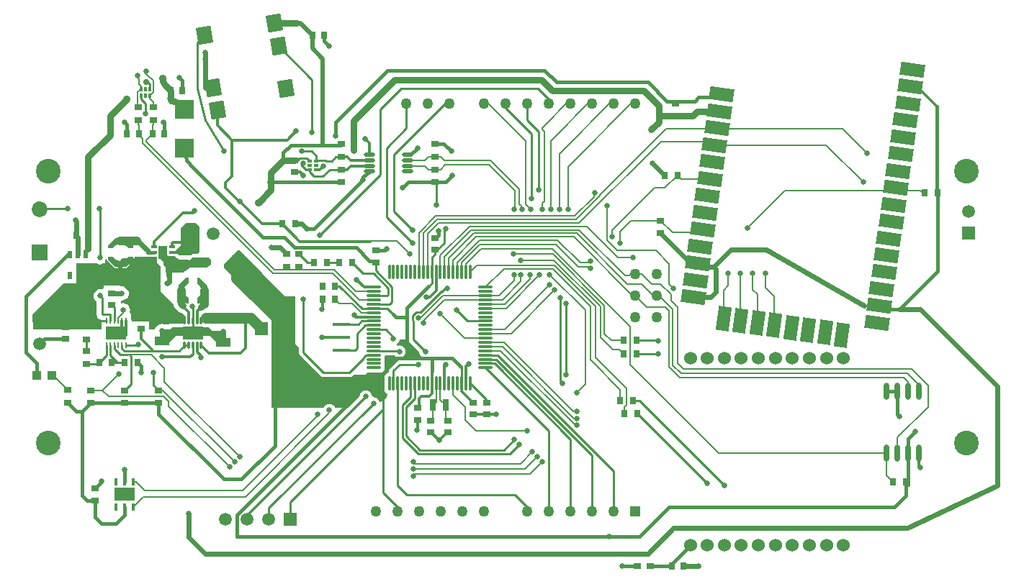
<source format=gtl>
%FSLAX44Y44*%
%MOMM*%
G71*
G01*
G75*
G04 Layer_Physical_Order=1*
G04 Layer_Color=255*
%ADD10C,0.7620*%
G04:AMPARAMS|DCode=11|XSize=2mm|YSize=1.75mm|CornerRadius=0mm|HoleSize=0mm|Usage=FLASHONLY|Rotation=279.640|XOffset=0mm|YOffset=0mm|HoleType=Round|Shape=Rectangle|*
%AMROTATEDRECTD11*
4,1,4,-1.0301,0.8394,0.6952,1.1324,1.0301,-0.8394,-0.6952,-1.1324,-1.0301,0.8394,0.0*
%
%ADD11ROTATEDRECTD11*%

%ADD12R,2.3000X2.3000*%
%ADD13R,0.8000X0.9000*%
%ADD14O,1.7500X0.3000*%
%ADD15R,0.7000X0.9000*%
%ADD16R,0.9000X0.7000*%
%ADD17R,0.9000X0.8000*%
%ADD18R,0.4900X0.3000*%
%ADD19R,0.5200X0.3000*%
%ADD20R,1.7000X1.1000*%
%ADD21C,0.4000*%
%ADD22R,1.0000X1.0000*%
%ADD23R,0.7000X1.4000*%
%ADD24R,0.5500X0.9500*%
%ADD25O,0.2800X0.8500*%
%ADD26R,2.4000X1.6500*%
%ADD27R,0.7000X0.3000*%
%ADD28R,1.0000X1.6000*%
%ADD29R,0.4500X0.8500*%
%ADD30R,2.4000X1.5000*%
%ADD31R,0.8500X0.7000*%
%ADD32O,0.7000X2.0000*%
%ADD33O,1.3500X0.4500*%
%ADD34R,2.0000X0.4000*%
G04:AMPARAMS|DCode=35|XSize=1.524mm|YSize=2.8448mm|CornerRadius=0mm|HoleSize=0mm|Usage=FLASHONLY|Rotation=82.000|XOffset=0mm|YOffset=0mm|HoleType=Round|Shape=Rectangle|*
%AMROTATEDRECTD35*
4,1,4,1.3025,-0.9525,-1.5146,-0.5566,-1.3025,0.9525,1.5146,0.5566,1.3025,-0.9525,0.0*
%
%ADD35ROTATEDRECTD35*%

G04:AMPARAMS|DCode=36|XSize=1.524mm|YSize=2.8448mm|CornerRadius=0mm|HoleSize=0mm|Usage=FLASHONLY|Rotation=352.000|XOffset=0mm|YOffset=0mm|HoleType=Round|Shape=Rectangle|*
%AMROTATEDRECTD36*
4,1,4,-0.9525,-1.3025,-0.5566,1.5146,0.9525,1.3025,0.5566,-1.5146,-0.9525,-1.3025,0.0*
%
%ADD36ROTATEDRECTD36*%

%ADD37O,0.3000X1.7500*%
%ADD38R,0.2500X0.7000*%
%ADD39R,2.3800X1.6500*%
%ADD40R,0.3000X0.4900*%
%ADD41R,0.3000X0.5200*%
%ADD42C,0.1905*%
%ADD43C,0.4064*%
%ADD44C,0.5080*%
%ADD45C,0.2540*%
%ADD46C,0.3048*%
%ADD47C,0.2032*%
%ADD48C,0.6096*%
%ADD49C,1.0160*%
%ADD50C,0.3556*%
%ADD51C,1.2700*%
%ADD52R,0.7000X0.2800*%
%ADD53R,1.5000X1.5000*%
%ADD54C,1.5000*%
%ADD55C,1.8500*%
%ADD56R,1.8500X1.8500*%
%ADD57R,1.5000X1.5000*%
%ADD58C,1.2700*%
%ADD59R,1.2700X1.2700*%
%ADD60C,1.5240*%
%ADD61C,2.9000*%
%ADD62C,0.6350*%
%ADD63C,0.9000*%
%ADD64C,0.7000*%
%ADD65C,0.5000*%
G36*
X-352997Y13369D02*
Y13370D01*
X-352996Y13372D01*
X-352997Y13369D01*
D02*
G37*
G36*
X-374997Y10915D02*
X-374996Y10912D01*
Y10912D01*
X-374998Y10915D01*
X-374998Y10915D01*
X-374999Y10915D01*
X-374997Y10915D01*
D02*
G37*
G36*
Y34575D02*
X-374996Y34572D01*
X-374996D01*
X-375000Y34576D01*
X-374997Y34575D01*
D02*
G37*
G36*
X-378200Y34576D02*
X-378200Y34576D01*
X-374996Y34572D01*
D01*
X-374999Y28236D01*
X-374996Y28232D01*
Y28232D01*
X-374997Y28229D01*
X-374999Y28229D01*
Y28229D01*
X-374998Y28229D01*
X-374999Y28229D01*
Y28236D01*
X-375036Y28296D01*
X-375037Y28295D01*
X-374999Y28229D01*
D01*
X-375042Y28303D01*
X-377129Y26701D01*
X-378732Y24613D01*
X-379739Y22181D01*
X-380083Y19572D01*
X-379739Y16962D01*
X-378732Y14531D01*
X-377129Y12443D01*
X-375042Y10841D01*
X-375021Y10873D01*
X-375021Y10873D01*
X-374998Y10915D01*
X-374996Y10912D01*
X-375000Y4568D01*
D01*
X-378202Y4569D01*
X-378203Y4569D01*
X-387004Y13372D01*
X-387003Y13369D01*
X-387005Y13372D01*
X-387005Y13372D01*
X-387004Y13372D01*
X-387003Y25774D01*
X-387004Y25772D01*
X-387003Y25775D01*
Y25774D01*
X-387003Y25775D01*
X-378200Y34576D01*
X-378203Y34575D01*
X-378200Y34576D01*
X-378200Y34576D01*
D02*
G37*
G36*
X-361800Y4568D02*
X-361800Y4568D01*
X-361797Y4569D01*
X-361800Y4568D01*
D02*
G37*
G36*
X-115769Y-40181D02*
X-114590Y-41946D01*
X-103762Y-52773D01*
X-103573Y-54214D01*
X-102843Y-55975D01*
X-101683Y-57487D01*
X-100171Y-58647D01*
X-99542Y-58908D01*
X-99471Y-59252D01*
X-99987Y-59924D01*
X-101385Y-61080D01*
X-102758Y-60511D01*
X-104648Y-60263D01*
X-106538Y-60511D01*
X-108299Y-61241D01*
X-109452Y-62126D01*
X-126572D01*
X-126738Y-59591D01*
X-125110Y-59377D01*
X-123349Y-58647D01*
X-121837Y-57487D01*
X-120677Y-55975D01*
X-119947Y-54214D01*
X-119699Y-52324D01*
X-119947Y-50434D01*
X-120677Y-48673D01*
X-121837Y-47161D01*
X-123349Y-46001D01*
X-125110Y-45271D01*
X-127000Y-45023D01*
X-128854Y-45267D01*
X-129826Y-42920D01*
X-128949Y-42247D01*
X-127789Y-40735D01*
X-127059Y-38974D01*
X-126987Y-38426D01*
X-116118D01*
X-115769Y-40181D01*
D02*
G37*
G36*
X-261824Y12373D02*
X-249588D01*
Y-42552D01*
X-249089Y-43068D01*
X-245215Y-47068D01*
Y-53340D01*
X-244801Y-55421D01*
X-243622Y-57186D01*
X-220254Y-80554D01*
X-218489Y-81733D01*
X-216408Y-82147D01*
X-185928D01*
X-183847Y-81733D01*
X-182083Y-80554D01*
X-180697Y-79169D01*
X-167431D01*
X-165227Y-76892D01*
X-164440Y-77049D01*
X-149940D01*
X-147769Y-76617D01*
X-145929Y-75388D01*
X-144699Y-73547D01*
X-144267Y-71376D01*
X-144699Y-69205D01*
X-144919Y-68876D01*
X-144699Y-68547D01*
X-144267Y-66376D01*
X-144699Y-64205D01*
X-144919Y-63876D01*
X-144699Y-63547D01*
X-144267Y-61376D01*
X-144699Y-59205D01*
X-144799Y-59055D01*
X-143602Y-56814D01*
X-132679D01*
X-132163Y-57487D01*
X-130651Y-58647D01*
X-128890Y-59377D01*
X-127167Y-59604D01*
X-127084Y-62142D01*
X-129081Y-62540D01*
X-130846Y-63719D01*
X-137786Y-70658D01*
X-138965Y-72423D01*
X-139379Y-74504D01*
Y-76790D01*
X-141111Y-77135D01*
X-142951Y-78365D01*
X-144181Y-80205D01*
X-144613Y-82376D01*
Y-96876D01*
X-144181Y-99047D01*
X-142951Y-100887D01*
X-141152Y-102090D01*
X-141136Y-102241D01*
X-141796Y-105559D01*
X-147011Y-110944D01*
X-150427Y-111394D01*
X-151157Y-109633D01*
X-152317Y-108121D01*
X-153829Y-106961D01*
X-155590Y-106231D01*
X-157480Y-105983D01*
X-159323Y-105156D01*
X-159323Y-105156D01*
Y-105156D01*
X-159323D01*
D01*
X-159571Y-103266D01*
X-160301Y-101505D01*
X-161461Y-99993D01*
X-162973Y-98833D01*
X-164734Y-98103D01*
X-166624Y-97855D01*
X-168514Y-98103D01*
X-170275Y-98833D01*
X-171787Y-99993D01*
X-172947Y-101505D01*
X-173677Y-103266D01*
X-173866Y-104707D01*
X-187523Y-118364D01*
X-202723D01*
X-202973Y-117761D01*
X-204133Y-116249D01*
X-205645Y-115089D01*
X-207406Y-114359D01*
X-209296Y-114111D01*
X-211186Y-114359D01*
X-212947Y-115089D01*
X-214459Y-116249D01*
X-215619Y-117761D01*
X-215869Y-118364D01*
X-277307D01*
Y-9545D01*
X-301779Y15726D01*
X-332994Y45638D01*
Y50279D01*
X-317034Y66761D01*
X-314494D01*
X-261824Y12373D01*
D02*
G37*
G36*
X-374997Y4569D02*
X-375000Y4568D01*
Y4568D01*
X-374996Y4572D01*
X-374997Y4569D01*
D02*
G37*
G36*
X-378202D02*
X-378200Y4568D01*
X-378203Y4569D01*
X-378202D01*
D02*
G37*
G36*
X-365000Y34576D02*
D01*
X-361798Y34575D01*
X-361800Y34576D01*
X-361797Y34575D01*
X-361798D01*
X-361797Y34575D01*
X-352996Y25772D01*
X-352997Y25775D01*
X-352996Y25772D01*
X-352996D01*
X-352996Y25772D01*
Y25772D01*
X-352996Y25772D01*
X-352997Y13370D01*
X-352997Y13369D01*
X-361800Y4568D01*
X-361800Y4568D01*
X-365004Y4572D01*
X-365000Y4568D01*
X-365000D01*
X-365003Y4569D01*
X-365004Y4572D01*
X-365004D01*
D01*
X-365002Y10907D01*
X-365004Y10912D01*
X-365003Y10915D01*
X-365002Y10915D01*
Y10914D01*
X-365002Y10915D01*
X-365002Y10914D01*
Y10907D01*
X-364980Y10873D01*
X-364979Y10873D01*
X-365002Y10914D01*
Y10914D01*
X-364958Y10841D01*
X-362871Y12443D01*
X-361268Y14531D01*
X-360261Y16962D01*
X-359918Y19572D01*
X-360261Y22181D01*
X-361268Y24613D01*
X-362871Y26701D01*
X-364958Y28303D01*
X-364990Y28253D01*
X-364990Y28253D01*
X-365002Y28229D01*
X-365002Y28229D01*
X-365003Y28229D01*
X-365004Y28232D01*
X-365002Y28229D01*
X-365002Y28229D01*
X-365004Y28232D01*
X-365000Y34576D01*
X-365004Y34572D01*
X-365003Y34575D01*
X-365000Y34576D01*
Y34576D01*
D02*
G37*
G36*
X-461200Y81576D02*
X-461200D01*
Y81576D01*
X-461200Y81576D01*
D02*
G37*
G36*
X-362204Y94488D02*
Y65278D01*
X-364490Y62992D01*
X-370078D01*
X-372364Y60706D01*
X-385826D01*
X-388112Y62992D01*
X-397256D01*
X-397438Y65362D01*
X-396576Y66294D01*
X-391160D01*
X-384302Y73152D01*
Y73914D01*
Y93218D01*
X-384048Y93472D01*
X-378206Y99314D01*
X-367030D01*
X-362204Y94488D01*
D02*
G37*
G36*
X-461200Y81576D02*
X-448798Y81575D01*
X-448800Y81576D01*
X-448797Y81575D01*
X-448798D01*
X-448797Y81575D01*
X-439996Y72772D01*
X-439997Y72775D01*
X-439996Y72772D01*
X-439996Y72772D01*
X-439996Y72772D01*
X-440000Y69568D01*
X-439996Y69572D01*
Y69572D01*
X-439997Y69569D01*
X-440000Y69568D01*
Y69568D01*
D01*
X-446336Y69570D01*
X-446340Y69568D01*
X-446343Y69569D01*
X-446343Y69570D01*
X-446342D01*
X-446269Y69614D01*
X-447871Y71701D01*
X-449959Y73304D01*
X-452391Y74311D01*
X-455000Y74654D01*
X-457610Y74311D01*
X-460041Y73304D01*
X-462129Y71701D01*
X-463731Y69614D01*
X-463681Y69582D01*
X-463681Y69582D01*
X-463657Y69570D01*
X-463657Y69570D01*
X-463657Y69569D01*
X-463660Y69568D01*
X-463657Y69570D01*
X-463657Y69570D01*
X-463660Y69568D01*
X-470004Y69572D01*
X-470000Y69568D01*
X-470003Y69569D01*
X-470004Y69572D01*
X-470004D01*
D01*
X-470003Y72774D01*
X-470004Y72772D01*
X-470003Y72775D01*
Y72774D01*
X-470003Y72775D01*
X-461200Y81576D01*
X-461203Y81575D01*
X-461200Y81576D01*
X-461200Y81576D01*
D02*
G37*
G36*
X-446343Y59574D02*
X-446343Y59574D01*
X-446340Y59576D01*
X-439996Y59572D01*
D01*
X-439997Y56370D01*
X-439996Y56372D01*
X-439997Y56369D01*
Y56370D01*
X-439997Y56369D01*
X-448800Y47568D01*
X-448797Y47569D01*
X-448800Y47568D01*
X-448800Y47568D01*
X-448800Y47568D01*
X-461202Y47569D01*
X-461200Y47568D01*
X-461203Y47569D01*
X-461202D01*
X-461203Y47569D01*
X-470004Y56371D01*
X-470003Y56369D01*
X-470004Y56372D01*
X-470004Y56371D01*
X-470004Y56372D01*
X-470000Y59576D01*
X-470004Y59572D01*
X-470003Y59575D01*
X-470000Y59576D01*
Y59576D01*
D01*
X-463664Y59573D01*
X-463660Y59576D01*
X-463660D01*
X-463657Y59575D01*
X-463657Y59573D01*
X-463658D01*
X-463731Y59530D01*
X-462129Y57443D01*
X-460041Y55840D01*
X-457610Y54833D01*
X-455000Y54489D01*
X-452391Y54833D01*
X-449959Y55840D01*
X-447871Y57443D01*
X-446269Y59530D01*
X-446301Y59551D01*
X-446301Y59551D01*
X-446343Y59574D01*
X-446343Y59573D01*
X-446343Y59575D01*
X-446340Y59576D01*
X-446340D01*
X-446343Y59574D01*
D02*
G37*
G36*
X-398526Y60233D02*
X-391414D01*
X-386080Y55936D01*
X-374650D01*
X-374142Y55527D01*
X-370840Y58187D01*
X-351028D01*
X-350012Y57369D01*
X-348234Y55936D01*
Y50412D01*
X-353314Y46320D01*
X-373888D01*
X-376428Y44274D01*
X-381254Y40386D01*
X-402082D01*
Y47547D01*
X-404622Y49593D01*
Y50821D01*
Y53686D01*
X-409168Y57347D01*
Y58618D01*
X-408940Y58801D01*
X-405892D01*
X-401320Y62484D01*
X-398526Y60233D01*
D02*
G37*
G36*
X-412242Y52578D02*
X-408178Y48514D01*
Y44196D01*
Y29192D01*
X-408376Y27686D01*
X-408178Y26180D01*
Y18288D01*
X-392717Y2827D01*
X-392631Y2173D01*
X-391735Y11D01*
X-390311Y-1847D01*
X-387594Y-4563D01*
X-385737Y-5987D01*
X-383636Y-6858D01*
X-382778D01*
X-378714Y-10922D01*
X-381000Y-13208D01*
Y-19812D01*
X-396494D01*
X-397097Y-19209D01*
X-397613Y-19422D01*
X-398882Y-20396D01*
X-403042D01*
X-404245Y-19898D01*
X-406400Y-19614D01*
X-408555Y-19898D01*
X-410563Y-20729D01*
X-412288Y-22053D01*
X-413611Y-23777D01*
X-414443Y-25785D01*
X-414526Y-26416D01*
X-421204D01*
Y-17708D01*
X-421640Y-17272D01*
Y-16700D01*
X-440364D01*
Y-16700D01*
X-441817D01*
X-442089Y-16428D01*
X-442316Y-14704D01*
X-442420Y-14453D01*
Y-7848D01*
X-442677D01*
X-444088Y-5736D01*
X-444077Y-5711D01*
X-443794Y-3556D01*
X-444077Y-1401D01*
X-444909Y607D01*
X-446232Y2332D01*
X-447957Y3655D01*
X-449965Y4487D01*
X-452120Y4770D01*
X-453510Y4587D01*
X-453977Y4996D01*
Y7536D01*
X-453510Y7946D01*
X-453390Y7930D01*
X-451235Y8213D01*
X-449227Y9045D01*
X-447503Y10368D01*
X-446179Y12093D01*
X-445348Y14101D01*
X-445064Y16256D01*
X-445348Y18411D01*
X-446179Y20419D01*
X-447503Y22143D01*
X-449227Y23467D01*
X-451235Y24299D01*
X-453390Y24582D01*
X-453752Y24534D01*
X-455420Y24754D01*
Y25652D01*
X-474580D01*
Y22947D01*
X-476490Y21273D01*
X-478536Y21542D01*
X-480691Y21258D01*
X-482699Y20427D01*
X-484424Y19103D01*
X-485747Y17379D01*
X-486579Y15371D01*
X-486862Y13216D01*
X-486579Y11061D01*
X-485747Y9053D01*
X-484424Y7329D01*
X-483224Y6408D01*
Y-8678D01*
X-482732Y-11156D01*
X-481328Y-13256D01*
X-479228Y-14660D01*
X-476980Y-15107D01*
Y-17098D01*
X-476980D01*
Y-26416D01*
X-557276D01*
X-558546Y-8890D01*
X-521914Y27742D01*
X-506670D01*
Y47402D01*
X-506730D01*
Y51308D01*
X-483086D01*
X-481453Y50631D01*
X-479298Y50348D01*
X-477143Y50631D01*
X-475510Y51308D01*
X-472948D01*
Y56179D01*
X-471892Y56884D01*
X-471653Y56785D01*
X-471653Y56374D01*
X-471653Y56373D01*
X-471654Y56372D01*
X-471561Y56147D01*
X-471586Y55907D01*
X-471586Y55906D01*
X-471580Y55898D01*
X-471581Y55889D01*
X-471580Y55886D01*
X-471531Y55826D01*
X-471531Y55748D01*
X-471530Y55745D01*
X-471297Y55509D01*
X-471172Y55207D01*
X-471171Y55207D01*
X-471171Y55205D01*
X-471170Y55205D01*
X-462370Y46403D01*
X-462369Y46403D01*
X-462135Y46306D01*
X-461975Y46111D01*
X-461974Y46111D01*
X-461973Y46111D01*
X-461973Y46110D01*
X-461970Y46109D01*
X-461887Y46101D01*
X-461827Y46042D01*
X-461824Y46041D01*
X-461500Y46042D01*
X-461203Y45919D01*
X-461203D01*
X-448802Y45919D01*
X-448800Y45918D01*
X-448766Y45932D01*
X-448731Y45919D01*
X-448466Y46042D01*
X-448176Y46041D01*
X-448173Y46042D01*
X-448119Y46096D01*
X-448042Y46102D01*
X-448039Y46104D01*
X-447872Y46302D01*
X-447634Y46401D01*
Y46401D01*
D01*
X-447634Y46401D01*
D01*
D01*
X-447633Y46402D01*
Y46402D01*
X-438831Y55202D01*
X-438831Y55203D01*
X-438734Y55437D01*
X-438540Y55598D01*
X-438539Y55598D01*
X-438539Y55599D01*
X-438539Y55599D01*
X-438537Y55602D01*
X-438530Y55685D01*
X-438470Y55745D01*
X-438469Y55748D01*
X-438470Y56072D01*
X-438348Y56369D01*
Y56369D01*
X-438347Y59436D01*
X-412242D01*
Y52578D01*
D02*
G37*
G36*
X-439997Y59575D02*
X-439996Y59572D01*
X-439996D01*
X-440000Y59576D01*
X-439997Y59575D01*
D02*
G37*
%LPC*%
G36*
X-463657Y59574D02*
X-463658Y59573D01*
X-463664D01*
X-463724Y59536D01*
X-463723Y59535D01*
X-463658Y59573D01*
D01*
X-463657Y59574D01*
D02*
G37*
G36*
X-446301Y69593D02*
X-446342Y69570D01*
X-446342D01*
X-446343Y69570D01*
X-446342Y69570D01*
X-446336D01*
X-446301Y69592D01*
X-446301Y69593D01*
D02*
G37*
%LPD*%
D10*
X-405356Y269268D02*
G03*
X-401764Y260596I12264J0D01*
G01*
X-396276Y245581D02*
G03*
X-395000Y242500I4357J0D01*
G01*
X-386465Y238964D02*
G03*
X-395000Y242500I-8536J-8536D01*
G01*
X-320136Y57500D02*
X-312500D01*
X-321056Y58420D02*
X-320136Y57500D01*
X-180848Y219152D02*
X-132500Y267500D01*
X-180848Y184658D02*
Y219152D01*
X-273934Y334480D02*
X-247500D01*
X-396276Y245581D02*
Y255108D01*
X-401764Y260596D02*
X-396276Y255108D01*
X-386464Y238964D02*
X-380000Y232500D01*
X-467500Y225412D02*
X-448028Y244884D01*
X-467500Y202500D02*
Y225412D01*
X-493000Y177000D02*
X-467500Y202500D01*
X-493000Y84572D02*
Y177000D01*
X-132500Y267500D02*
X40000D01*
X160000Y255000D02*
X177740Y237260D01*
X52500Y255000D02*
X160000D01*
X223017Y230517D02*
X249079D01*
X218000Y225500D02*
X223017Y230517D01*
X197500Y225500D02*
X218000D01*
X177740Y225000D02*
Y237260D01*
Y217872D02*
Y225000D01*
X178240Y225500D01*
X197500D01*
X168656Y208788D02*
X177740Y217872D01*
X40000Y267500D02*
X52500Y255000D01*
X-360172Y-165D02*
X-356538Y3469D01*
X-493000Y68794D02*
Y84572D01*
X-278130Y147072D02*
Y158496D01*
Y137922D02*
Y147072D01*
X-292862Y123190D02*
X-278130Y137922D01*
X-383970Y4494D02*
X-381254Y1778D01*
X-263510Y173116D02*
X-249936D01*
X-278130Y158496D02*
X-263510Y173116D01*
X-264200Y-25428D02*
Y-23836D01*
X-321056Y33020D02*
X-264200Y-23836D01*
X-321056Y33020D02*
Y58420D01*
X-451792Y54572D02*
X-419000D01*
D11*
X-345622Y257894D02*
D03*
X-341268Y232261D02*
D03*
X-356255Y320497D02*
D03*
X-260873Y257581D02*
D03*
X-269329Y307368D02*
D03*
X-273934Y334480D02*
D03*
D12*
X-380000Y187500D02*
D03*
Y232500D02*
D03*
D13*
X-433404Y204012D02*
D03*
X-417404Y204012D02*
D03*
X-203000Y9572D02*
D03*
X-217000D02*
D03*
X-203000Y25000D02*
D03*
X-217000D02*
D03*
X-215500Y320000D02*
D03*
X-229500D02*
D03*
X-382276Y255108D02*
D03*
X-396276D02*
D03*
X-507000Y84572D02*
D03*
X-493000D02*
D03*
X-398000Y39572D02*
D03*
X-412000D02*
D03*
X-447404Y204012D02*
D03*
X-403404Y204012D02*
D03*
X207000Y-305000D02*
D03*
X193000D02*
D03*
D14*
X-157190Y8624D02*
D03*
Y18624D02*
D03*
Y-71376D02*
D03*
Y-61376D02*
D03*
Y-66376D02*
D03*
Y-46376D02*
D03*
Y-51376D02*
D03*
Y-56376D02*
D03*
Y-26376D02*
D03*
Y-16376D02*
D03*
Y-21376D02*
D03*
Y-41376D02*
D03*
Y-31376D02*
D03*
Y-36376D02*
D03*
Y3624D02*
D03*
Y13624D02*
D03*
Y-11376D02*
D03*
Y-1376D02*
D03*
Y-6376D02*
D03*
Y23624D02*
D03*
X-25690Y-56376D02*
D03*
Y-46376D02*
D03*
Y-51376D02*
D03*
Y-71376D02*
D03*
Y-61376D02*
D03*
Y-66376D02*
D03*
Y-36376D02*
D03*
Y-41376D02*
D03*
Y-31376D02*
D03*
Y-11376D02*
D03*
Y-1376D02*
D03*
Y-6376D02*
D03*
Y-26376D02*
D03*
Y-16376D02*
D03*
Y-21376D02*
D03*
Y8624D02*
D03*
Y13624D02*
D03*
Y3624D02*
D03*
Y23624D02*
D03*
Y18624D02*
D03*
D15*
X-249548Y98044D02*
D03*
X-264548D02*
D03*
X-227500Y52500D02*
D03*
X-212500D02*
D03*
X-182500D02*
D03*
X-197500D02*
D03*
X152788Y-125476D02*
D03*
X137788D02*
D03*
X147708Y-110236D02*
D03*
X132708D02*
D03*
X136772Y-55372D02*
D03*
X151772D02*
D03*
X136772Y-39116D02*
D03*
X151772D02*
D03*
X453628Y-205740D02*
D03*
X468628D02*
D03*
X505340Y134620D02*
D03*
X490340D02*
D03*
X-465000Y-65428D02*
D03*
X-480000D02*
D03*
X185000Y155000D02*
D03*
X200000D02*
D03*
X-435000Y-65428D02*
D03*
X-450000D02*
D03*
D16*
X-260000Y62500D02*
D03*
Y47500D02*
D03*
X-85000Y162072D02*
D03*
Y147072D02*
D03*
X-85000Y177072D02*
D03*
Y192072D02*
D03*
X-195000Y177072D02*
D03*
Y192072D02*
D03*
X-195000Y162072D02*
D03*
Y147072D02*
D03*
X-416532Y220112D02*
D03*
Y235112D02*
D03*
X-430784Y-25280D02*
D03*
Y-10280D02*
D03*
X-517144Y-112656D02*
D03*
Y-97656D02*
D03*
X-410000Y-97928D02*
D03*
Y-112928D02*
D03*
X-450000Y-97928D02*
D03*
Y-112928D02*
D03*
X-490000Y-97928D02*
D03*
Y-112928D02*
D03*
X-495300Y-66428D02*
D03*
Y-51428D02*
D03*
X-433804Y220112D02*
D03*
Y235112D02*
D03*
X180000Y102072D02*
D03*
Y87072D02*
D03*
X-495000Y-37928D02*
D03*
Y-22928D02*
D03*
X-245000Y62500D02*
D03*
Y47500D02*
D03*
D17*
X-155000Y52572D02*
D03*
Y66572D02*
D03*
X-85000Y81572D02*
D03*
Y67572D02*
D03*
X-105664Y-132476D02*
D03*
Y-118476D02*
D03*
X-24384Y-112380D02*
D03*
Y-126380D02*
D03*
X-40640Y-126380D02*
D03*
Y-112380D02*
D03*
X-249936Y159116D02*
D03*
Y173116D02*
D03*
X-520000Y-37428D02*
D03*
Y-23428D02*
D03*
X-485000Y-213428D02*
D03*
Y-227428D02*
D03*
X-90000Y-147428D02*
D03*
Y-133428D02*
D03*
X197500Y239500D02*
D03*
Y225500D02*
D03*
X-70000Y-147428D02*
D03*
Y-133428D02*
D03*
X-465000Y16572D02*
D03*
Y2572D02*
D03*
X-378206Y50404D02*
D03*
Y64404D02*
D03*
D18*
X-224750Y172132D02*
D03*
Y167132D02*
D03*
Y162132D02*
D03*
X-232450D02*
D03*
Y167132D02*
D03*
D19*
Y172132D02*
D03*
D20*
X-406400Y-39408D02*
D03*
Y-12408D02*
D03*
X-334264Y-41440D02*
D03*
Y-14440D02*
D03*
D21*
X-356538Y19572D02*
D03*
X-383208D02*
D03*
X-455000Y51364D02*
D03*
Y78034D02*
D03*
D22*
X-553076Y-80772D02*
D03*
X-536076D02*
D03*
D23*
X-87500Y-115428D02*
D03*
X-72500D02*
D03*
D24*
X-514500Y37572D02*
D03*
X-495500D02*
D03*
X-514500Y61572D02*
D03*
X-505000D02*
D03*
X-495500D02*
D03*
D25*
X-380000Y-45178D02*
D03*
X-375000Y-15678D02*
D03*
X-380000D02*
D03*
X-370000Y-45178D02*
D03*
X-360000D02*
D03*
X-365000D02*
D03*
X-375000D02*
D03*
X-370000Y-15678D02*
D03*
X-365000D02*
D03*
X-360000D02*
D03*
D26*
X-370000Y-30428D02*
D03*
D27*
X-415500Y58072D02*
D03*
Y64572D02*
D03*
Y71072D02*
D03*
X-394500Y58072D02*
D03*
Y64572D02*
D03*
Y71072D02*
D03*
D28*
X-405000Y64572D02*
D03*
D29*
X-460000Y-234928D02*
D03*
Y-205928D02*
D03*
X-450000Y-234928D02*
D03*
X-440000D02*
D03*
X-450000Y-205928D02*
D03*
X-440000D02*
D03*
D30*
X-450000Y-220428D02*
D03*
D31*
X152250Y-305000D02*
D03*
X167750D02*
D03*
D32*
X471350Y-171678D02*
D03*
X445950D02*
D03*
X458650D02*
D03*
X484050D02*
D03*
X445950Y-99178D02*
D03*
X458650D02*
D03*
X471350D02*
D03*
X484050D02*
D03*
D33*
X-162250Y159822D02*
D03*
Y172822D02*
D03*
Y166322D02*
D03*
Y179322D02*
D03*
X-117750Y159822D02*
D03*
Y166322D02*
D03*
Y179322D02*
D03*
Y172822D02*
D03*
D34*
X-195000Y-35428D02*
D03*
Y-50428D02*
D03*
Y-20428D02*
D03*
D35*
X218360Y11939D02*
D03*
X221153Y31810D02*
D03*
X223946Y51681D02*
D03*
X226738Y71551D02*
D03*
X229531Y91422D02*
D03*
X232323Y111293D02*
D03*
X235116Y131164D02*
D03*
X237909Y151034D02*
D03*
X240701Y170905D02*
D03*
X243494Y190776D02*
D03*
X246287Y210646D02*
D03*
X249079Y230517D02*
D03*
X251872Y250388D02*
D03*
X434423Y-18427D02*
D03*
X437215Y1444D02*
D03*
X440008Y21315D02*
D03*
X442801Y41186D02*
D03*
X445593Y61056D02*
D03*
X448386Y80927D02*
D03*
X451179Y100798D02*
D03*
X453971Y120669D02*
D03*
X456764Y140539D02*
D03*
X459557Y160410D02*
D03*
X462349Y180281D02*
D03*
X465142Y200152D02*
D03*
X467935Y220022D02*
D03*
X470727Y239893D02*
D03*
X473520Y259764D02*
D03*
X476313Y279634D02*
D03*
D36*
X273958Y-15881D02*
D03*
X313699Y-21467D02*
D03*
X293828Y-18674D02*
D03*
X254087Y-13089D02*
D03*
X393182Y-32637D02*
D03*
X333570Y-24259D02*
D03*
X373311Y-29844D02*
D03*
X353440Y-27052D02*
D03*
D37*
X-138940Y-89626D02*
D03*
X-133940D02*
D03*
X-118940D02*
D03*
X-128940D02*
D03*
X-123940D02*
D03*
X-103940D02*
D03*
X-113940D02*
D03*
X-108940D02*
D03*
X-133940Y41874D02*
D03*
X-128940D02*
D03*
X-123940D02*
D03*
X-138940D02*
D03*
X-108940D02*
D03*
X-103940D02*
D03*
X-118940D02*
D03*
X-113940D02*
D03*
X-58940Y-89626D02*
D03*
X-68940D02*
D03*
X-63940D02*
D03*
X-43940D02*
D03*
X-53940D02*
D03*
X-48940D02*
D03*
X-88940D02*
D03*
X-98940D02*
D03*
X-93940D02*
D03*
X-73940D02*
D03*
X-83940D02*
D03*
X-78940D02*
D03*
X-98940Y41874D02*
D03*
X-93940D02*
D03*
X-88940D02*
D03*
X-83940D02*
D03*
X-68940D02*
D03*
X-78940D02*
D03*
X-73940D02*
D03*
X-53940D02*
D03*
X-63940D02*
D03*
X-58940D02*
D03*
X-48940D02*
D03*
X-43940D02*
D03*
D38*
X-471250Y-44428D02*
D03*
X-466750D02*
D03*
X-471250Y-16428D02*
D03*
X-466750D02*
D03*
X-462250Y-44428D02*
D03*
X-457750D02*
D03*
X-453250D02*
D03*
X-448750D02*
D03*
X-462250Y-16428D02*
D03*
X-457750D02*
D03*
X-453250D02*
D03*
X-448750D02*
D03*
D39*
X-460000Y-30428D02*
D03*
D40*
X-430676Y249162D02*
D03*
Y256862D02*
D03*
X-420676Y249162D02*
D03*
X-425676D02*
D03*
Y256862D02*
D03*
D41*
X-420676D02*
D03*
D42*
X-427500Y277500D02*
X-426247Y276250D01*
X-422920Y272932D01*
X-245000Y43810D02*
X-203810D01*
X-273810D02*
X-245000D01*
X-203810D02*
X-178624Y18624D01*
X-205388Y40000D02*
X-174012Y8624D01*
X-157190D01*
X-435000Y272500D02*
X-433476Y267475D01*
Y262524D02*
Y267475D01*
Y262524D02*
X-430676Y259724D01*
Y256862D02*
Y259724D01*
X-433404Y202588D02*
X-428810Y197994D01*
X-433404Y202588D02*
Y204012D01*
X-433804Y214895D02*
X-433404Y214494D01*
X-433804Y214895D02*
Y220112D01*
X-433404Y204012D02*
Y214494D01*
X-416532Y214895D02*
Y220112D01*
X-417404Y214023D02*
X-416532Y214895D01*
X-417404Y204012D02*
Y214023D01*
X-178624Y18624D02*
X-157190D01*
X-428810Y193422D02*
Y197994D01*
Y193422D02*
X-275388Y40000D01*
X-425000Y196416D02*
X-417404Y204012D01*
X-425000Y195000D02*
Y196416D01*
X-275388Y40000D02*
X-205388D01*
X-425000Y195000D02*
X-273810Y43810D01*
X-422920Y272932D02*
X-416699Y266712D01*
Y253138D02*
Y266712D01*
X-420676Y249162D02*
X-416699Y253138D01*
X-432942Y254596D02*
X-430676Y256862D01*
X-433412Y254596D02*
X-432942D01*
X-435160Y252848D02*
X-433412Y254596D01*
X-435160Y245476D02*
Y252848D01*
X-435034Y242402D02*
Y245349D01*
Y242402D02*
X-434652Y242020D01*
Y237760D02*
Y242020D01*
X-435160Y245476D02*
X-435034Y245349D01*
X-434652Y237760D02*
X-433404Y236512D01*
X-416404D02*
Y241676D01*
X-416612D02*
X-416404D01*
X-420676Y245740D02*
X-416612Y241676D01*
X-420676Y245740D02*
Y249162D01*
D43*
X-215500Y313000D02*
X-210000Y307500D01*
X-215500Y313000D02*
Y320000D01*
X-141108Y278892D02*
X43608D01*
X-202184Y201676D02*
Y217816D01*
X-141108Y278892D01*
X-217500Y190822D02*
X-196250D01*
X-254694D02*
X-217500D01*
X-380000Y187500D02*
X-377500Y172500D01*
X-370000Y164572D01*
X-177500Y70000D02*
X-162072Y54572D01*
X-250000Y70000D02*
X-177500D01*
X-157000Y54572D02*
X-155000Y52572D01*
X-162072Y54572D02*
X-157000D01*
X-262500Y82500D02*
X-250000Y70000D01*
X-287500Y82500D02*
X-262500D01*
X-300000Y95000D02*
X-287500Y82500D01*
X-404340Y217452D02*
X-403404Y216516D01*
X187500Y242500D02*
X220000D01*
X225000Y247500D01*
X237500D01*
X245000Y255000D01*
X165000Y265000D02*
X187500Y242500D01*
X57500Y265000D02*
X165000D01*
X43608Y278892D02*
X57500Y265000D01*
X120000Y-270000D02*
X155000D01*
X-318008D02*
X120000D01*
X135000Y-305000D02*
X152250D01*
X167750D02*
X167750Y-305000D01*
X193000D01*
Y-302000D01*
X215000Y-280000D01*
X190000Y-235000D02*
X455000D01*
X155000Y-270000D02*
X190000Y-235000D01*
X455000D02*
X468628Y-221372D01*
Y-205740D01*
X-318008Y-270000D02*
Y-244348D01*
X471350Y-208726D02*
Y-171678D01*
Y-154878D02*
X479416Y-146812D01*
X-318008Y-244348D02*
X-181864Y-108204D01*
X-273304Y-163068D02*
Y-35052D01*
X-312928Y-202692D02*
X-273304Y-163068D01*
X-495500Y61572D02*
Y66294D01*
X-465540Y34572D02*
X-461500D01*
X-467417Y36449D02*
X-465540Y34572D01*
X-475939Y36449D02*
X-467417D01*
X-477816Y34572D02*
X-475939Y36449D01*
X-492500Y34572D02*
X-477816D01*
X-278130Y147072D02*
X-195000D01*
X-280924D02*
X-278130D01*
X-411236Y-11928D02*
X-381000D01*
X-263510Y173116D02*
Y182006D01*
X-254694Y190822D01*
X-370000Y164572D02*
X-300000Y95000D01*
X-144248Y66572D02*
X-142240Y68580D01*
X-155000Y66572D02*
X-144248D01*
X-81407Y89916D02*
X-81280Y90043D01*
X-81407Y85165D02*
Y89916D01*
X-85000Y81572D02*
X-81407Y85165D01*
X-386052Y270284D02*
X-382276Y266508D01*
Y255108D02*
Y266508D01*
X-403404Y204012D02*
Y216516D01*
X-450060Y217452D02*
X-447404Y214796D01*
Y204012D02*
Y214796D01*
X-507000Y84572D02*
X-505000Y82572D01*
X-113794Y179322D02*
X-105664Y187452D01*
X-117750Y179322D02*
X-113794D01*
X-460248Y-254508D02*
X-450000Y-244260D01*
X-477520Y-254508D02*
X-460248D01*
X-485000Y-247028D02*
X-477520Y-254508D01*
X-450000Y-244260D02*
Y-234928D01*
X-410000Y-125940D02*
X-333248Y-202692D01*
X-485000Y-247028D02*
Y-227428D01*
X-494440D02*
X-485000D01*
X-499872Y-221996D02*
X-494440Y-227428D01*
X434423Y-2104D02*
X460684D01*
X505340Y42552D01*
Y134620D01*
X504952Y135008D02*
X505340Y134620D01*
X504952Y135008D02*
Y236220D01*
X-477520Y-205948D02*
Y-204724D01*
X-485000Y-213428D02*
X-477520Y-205948D01*
X-450088Y-191516D02*
X-450000Y-191604D01*
Y-205928D02*
Y-191604D01*
X-430784Y-76708D02*
Y-69644D01*
X-435000Y-65428D02*
X-430784Y-69644D01*
X-414000Y37572D02*
X-412000Y39572D01*
X-117856Y-60452D02*
Y-11684D01*
Y-508D01*
X-92456Y24892D01*
X-422712Y64572D02*
X-415500D01*
X-419000Y46572D02*
X-412000Y39572D01*
X-419000Y46572D02*
Y54572D01*
X-333248Y-202692D02*
X-312928D01*
X-235712Y91948D02*
X-227584D01*
X-169672Y149860D01*
Y152908D02*
X-165608Y156972D01*
X-169672Y149860D02*
Y152908D01*
X-122936Y140716D02*
X-116580Y147072D01*
X-85000D01*
X-72892D01*
X-65024Y154940D01*
X-74724Y192072D02*
X-66040Y183388D01*
X-85000Y192072D02*
X-74724D01*
X471350Y-171678D02*
Y-154878D01*
X458650Y-126046D02*
X461128Y-128524D01*
X458650Y-126046D02*
Y-99178D01*
X445950D02*
X458650D01*
X-517040Y61572D02*
X-514500D01*
X-565912Y12700D02*
X-517040Y61572D01*
X-565912Y-53340D02*
Y12700D01*
X-544300Y-37428D02*
X-520000D01*
X-550000Y-43128D02*
X-544300Y-37428D01*
X-544300Y-23428D02*
X-520000D01*
X-550000Y-17728D02*
X-544300Y-23428D01*
X-565912Y-53340D02*
X-553076Y-66176D01*
Y-80772D02*
Y-66176D01*
X-517144Y-112656D02*
X-507000Y-122800D01*
X-499872D01*
Y-221996D02*
Y-122800D01*
X-490000Y-112928D01*
X-450000D02*
X-410000D01*
X-490000D02*
X-450000D01*
X-410000Y-125940D02*
Y-112928D01*
X-229616Y-86868D02*
X-164592D01*
X-128905Y-60325D02*
X-65151D01*
X-155448Y-86868D02*
X-128905Y-60325D01*
X-65151D02*
X-54864Y-70612D01*
X-88940Y-75144D02*
Y-60920D01*
X-164592Y-86868D02*
X-155448D01*
X-396276Y255108D02*
Y258156D01*
X-455000Y51364D02*
X-451792Y54572D01*
X-520000Y-23428D02*
X-498000D01*
X-550000Y-17728D02*
Y-16928D01*
X-134112Y-8636D02*
X-131064Y-11684D01*
X-117856D01*
D44*
X-247500Y334480D02*
X-243980D01*
X-229500Y320000D01*
Y304500D02*
Y320000D01*
Y304500D02*
X-217500Y292500D01*
Y190822D02*
Y292500D01*
X170836Y169164D02*
X185000Y155000D01*
X-455000Y42078D02*
Y51364D01*
X170688Y169164D02*
X170836D01*
D45*
X-229870Y205740D02*
Y267909D01*
X-269329Y307368D02*
X-229870Y267909D01*
X-197500Y25000D02*
X-171124Y-1376D01*
X-203000Y25000D02*
X-197500D01*
X-355000Y220000D02*
X-333502Y183642D01*
X-365000Y257500D02*
X-355000Y220000D01*
X-365000Y257500D02*
Y311752D01*
X-356255Y320497D01*
X-479806Y116078D02*
X-479298Y115570D01*
X-220308Y85000D02*
X-149352Y155956D01*
X-245000Y62500D02*
X-235000Y52500D01*
X-227500D01*
X-212500D02*
X-197500D01*
X-182500D02*
X-170000Y40000D01*
X-157500D01*
X-155000Y43247D02*
X-135936Y24183D01*
X-155000Y43247D02*
Y52572D01*
X-157500Y40000D02*
X-140000Y22500D01*
Y15000D02*
Y22500D01*
X-135936Y5884D02*
Y24183D01*
X-141376Y13624D02*
X-140000Y15000D01*
X-138196Y3624D02*
X-135936Y5884D01*
X-157190Y13624D02*
X-141376D01*
X-427499Y265000D02*
X-424999D01*
X-427499D02*
Y265413D01*
X-425676Y267236D01*
X-420676Y262236D01*
Y256862D02*
Y262236D01*
X35997Y257500D02*
X48895Y244602D01*
X-125167Y257500D02*
X35997D01*
X-149352Y233315D02*
X-125167Y257500D01*
X177128Y-55372D02*
X177500Y-55000D01*
X151772Y-55372D02*
X177128D01*
X176616Y-39116D02*
X177500Y-40000D01*
X151772Y-39116D02*
X176616D01*
X152788Y-125476D02*
X235000Y-207688D01*
X155236Y-110236D02*
X255000Y-210000D01*
X235000Y-280240D02*
Y-280000D01*
X147708Y-110236D02*
X155236D01*
X255000Y-281230D02*
Y-280000D01*
X-280400Y-250000D02*
Y-236204D01*
X-478536Y13216D02*
X-476750Y11430D01*
X-550000Y114972D02*
X-548894Y116078D01*
X-516636D01*
X-479298Y58674D02*
Y115570D01*
X-476750Y-8678D02*
Y11430D01*
X-242316Y167640D02*
X-236808Y162132D01*
X-232450D01*
X-242316Y167640D02*
X-240538Y169418D01*
X-235705Y175387D02*
X-232450Y172132D01*
X-244788Y175387D02*
X-235705D01*
X-247059Y173116D02*
X-244788Y175387D01*
X-249936Y173116D02*
X-247059D01*
X-241808Y183642D02*
X-230378D01*
X-224750Y178014D01*
Y172132D02*
Y178014D01*
X-227530Y153924D02*
X-217424D01*
X-232450Y158844D02*
X-227530Y153924D01*
X-231648Y207518D02*
X-229870Y205740D01*
X-224289Y172593D02*
X-213725D01*
X-224750Y172132D02*
X-224289Y172593D01*
X-213264Y172132D02*
X-206684D01*
X-213725Y172593D02*
X-213264Y172132D01*
X-74168Y91948D02*
X-72136D01*
X-74168Y75692D02*
Y91948D01*
X-82288Y67572D02*
X-74168Y75692D01*
X-425676Y228628D02*
X-424660Y227612D01*
X-425676Y228628D02*
Y239804D01*
X-430756Y244884D02*
X-425676Y239804D01*
X-430756Y244884D02*
X-430676Y249162D01*
X-149352Y155956D02*
Y233315D01*
X-43940Y-89626D02*
X-25069Y-108497D01*
X-107490Y-6064D02*
X-102124D01*
X-111284Y-9858D02*
X-107490Y-6064D01*
X-111284Y-15224D02*
Y-9858D01*
Y-15224D02*
X-110744Y-15764D01*
Y-38100D02*
Y-15764D01*
X-92456Y24892D02*
X-88940Y28408D01*
X-157190Y3624D02*
X-138196D01*
X-102100Y-6088D02*
X-77216Y18796D01*
Y18196D02*
X-72712Y22700D01*
X-102124Y-6064D02*
X-102100Y-6088D01*
X-77216Y18196D02*
Y18796D01*
X-450571Y-51308D02*
X-417576D01*
X-128940Y-209896D02*
Y-89626D01*
Y-209896D02*
X-117856Y-220980D01*
X-104510Y-172720D02*
X3218D01*
X-123444Y-153786D02*
X-104510Y-172720D01*
X-102616Y-168148D02*
X-4064D01*
X-118872Y-151892D02*
X-102616Y-168148D01*
X-118872Y-151892D02*
Y-117348D01*
X-146304Y-218059D02*
Y-120396D01*
Y-218059D02*
X-128905Y-235458D01*
X-255000Y-229092D02*
X-146304Y-120396D01*
X-255000Y-250000D02*
Y-229092D01*
X-280400Y-236204D02*
X-157480Y-113284D01*
X-305800Y-244332D02*
X-166624Y-105156D01*
X-117856Y-220980D02*
X9017D01*
X-133096Y179451D02*
X-67945Y244602D01*
X-133096Y112268D02*
Y179451D01*
X-142240Y187452D02*
X-118745Y210947D01*
X-142240Y106172D02*
Y187452D01*
Y106172D02*
X-111760Y75692D01*
X-133096Y112268D02*
X-111760Y90932D01*
X-239776Y-53340D02*
Y9652D01*
X-209276Y162072D02*
X-195000D01*
X-85000Y147072D02*
X-83312Y145384D01*
Y120396D02*
Y145384D01*
X-85000Y67572D02*
X-82288D01*
X-217424Y153924D02*
X-209276Y162072D01*
X-232450Y158844D02*
Y162132D01*
X-206684Y172132D02*
X-201744Y177072D01*
X-195000D01*
X28448Y127508D02*
Y204108D01*
X-1905Y234461D02*
X28448Y204108D01*
X36830Y137414D02*
Y206502D01*
X23495Y219837D02*
X36830Y206502D01*
X-1905Y234461D02*
Y244602D01*
X-88940Y58888D02*
X-85000Y62828D01*
X-88940Y41874D02*
Y58888D01*
X-455000Y-55879D02*
X-447040D01*
X-461794Y-49085D02*
X-455000Y-55879D01*
X-462250Y-48629D02*
Y-44428D01*
X-442500Y-90428D02*
Y-57928D01*
X-444549Y-55879D02*
X-442500Y-57928D01*
X-450000Y-97928D02*
X-442500Y-90428D01*
X-435080Y-44428D02*
X-434340Y-43688D01*
X-448750Y-44428D02*
X-435080D01*
X-416560Y-91368D02*
X-410000Y-97928D01*
X-416560Y-91368D02*
Y-76708D01*
X9017Y-220980D02*
X23495Y-235458D01*
X3218Y-172720D02*
X14055Y-161883D01*
X-4064Y-168148D02*
X8128Y-155956D01*
X48895Y-235458D02*
Y-145961D01*
X-25690Y-71376D02*
X48895Y-145961D01*
X-11869Y-56376D02*
X125095Y-193340D01*
X-13334Y-61376D02*
X99695Y-174405D01*
X-14800Y-66376D02*
X74295Y-155471D01*
X61976Y-86868D02*
X65024Y-89916D01*
X68739Y-79089D02*
Y3905D01*
X-25690Y-56376D02*
X-11869D01*
X-25690Y-61376D02*
X-13334D01*
X-25690Y-66376D02*
X-14800D01*
X-113940Y-105950D02*
Y-89626D01*
X-123444Y-115454D02*
X-113940Y-105950D01*
X-123444Y-153786D02*
Y-115454D01*
X-108940Y-107416D02*
Y-89626D01*
X-118872Y-117348D02*
X-108940Y-107416D01*
X36576Y137668D02*
X36830Y137414D01*
X23495Y219837D02*
Y244602D01*
X61976Y-86868D02*
Y10668D01*
X-53940Y-99026D02*
Y-89626D01*
X-157388Y-56574D02*
X-157190Y-56376D01*
X-166429Y-56574D02*
X-157388D01*
X-169242Y-59387D02*
X-166429Y-56574D01*
X-169242Y-60022D02*
Y-59387D01*
X-185928Y-76708D02*
X-169242Y-60022D01*
X-216408Y-76708D02*
X-185928D01*
X-239776Y-53340D02*
X-216408Y-76708D01*
X-118745Y210947D02*
Y244602D01*
X-133940Y-89626D02*
Y-74504D01*
X-127000Y-67564D01*
X-104648D01*
X-110744Y-38100D02*
X-96520Y-52324D01*
X-47124Y-16376D02*
X-25690D01*
X-59944Y-3556D02*
X-47124Y-16376D01*
X-53940Y-89626D02*
Y-71536D01*
X-54864Y-70612D02*
X-53940Y-71536D01*
X-171124Y-1376D02*
X-157190D01*
X-495000Y-22928D02*
X-488500Y-16428D01*
X-466750Y-56998D02*
Y-44428D01*
X-458320Y-65428D02*
X-450000D01*
X-465000D02*
X-458320D01*
X-466750Y-56998D02*
X-458320Y-65428D01*
X-471250Y-56678D02*
Y-44428D01*
X-480000Y-65428D02*
X-471250Y-56678D01*
X-495300Y-66428D02*
X-481000D01*
X-480000Y-65428D01*
X-495300Y-51428D02*
Y-38228D01*
X-495000Y-37928D01*
X-453250Y-48629D02*
X-450571Y-51308D01*
X-453250Y-48629D02*
Y-44428D01*
X-380000Y-45178D02*
X-375000D01*
X-370000Y-55548D02*
Y-45178D01*
X-488500Y-16428D02*
X-471250D01*
X-417576Y-51308D02*
X-386130D01*
X-380000Y-45178D01*
X-465000Y2572D02*
X-462250Y-178D01*
X-466750Y-16428D02*
Y-8678D01*
X-476750D02*
X-466750D01*
X-462250Y-16428D02*
Y-178D01*
X-141372Y-1376D02*
X-134112Y-8636D01*
X-157190Y-1376D02*
X-141372D01*
X-171316Y-16376D02*
X-157190D01*
X-175368Y-20428D02*
X-171316Y-16376D01*
X-195000Y-20428D02*
X-175368D01*
X-167172Y-21376D02*
X-157190D01*
X-176784Y-30988D02*
X-167172Y-21376D01*
X-88940Y28408D02*
Y41874D01*
X-85000Y62828D02*
Y67572D01*
X-157190Y-26376D02*
X-142788D01*
X-134112Y-37084D02*
X-133096Y-36068D01*
X-142788Y-26376D02*
X-133096Y-36068D01*
X-157190Y-51376D02*
X-127948D01*
X-127000Y-52324D01*
X-195000Y-50428D02*
X-178952D01*
X-176784Y-48260D01*
Y-30988D01*
X74295Y-235458D02*
Y-155471D01*
X99695Y-235458D02*
Y-174405D01*
X-164592Y-86868D02*
X-146304Y-105156D01*
Y-120396D02*
Y-105156D01*
X125095Y-235458D02*
Y-193340D01*
X-370000Y-15678D02*
Y-1192D01*
X-369824Y-1016D01*
X-370000Y-30428D02*
Y-26522D01*
Y-15678D01*
D46*
X-177500Y32500D02*
X-168624Y23624D01*
X-157190D01*
X-341268Y214014D02*
X-324104Y196850D01*
X-341268Y214014D02*
Y232261D01*
X-264548Y98044D02*
X-244004Y77500D01*
X-161544D01*
X-288544Y98044D02*
X-264548D01*
X-314960Y124460D02*
X-288544Y98044D01*
X-331724Y140716D02*
X-315468Y124460D01*
X-331724Y146812D02*
X-324104Y154432D01*
X-331724Y140716D02*
Y146812D01*
X-369824Y111252D02*
X-367792Y113284D01*
X-381762Y111252D02*
X-369824D01*
X-415802Y77212D02*
X-381762Y111252D01*
X-415802Y71374D02*
X-415500Y71072D01*
X-415802Y71374D02*
Y77212D01*
X-394500Y75400D02*
X-393700Y76200D01*
X-384048D01*
X-394500Y71072D02*
Y75400D01*
X-380492Y-176D02*
Y3810D01*
X-365000Y-4993D02*
X-360172Y-165D01*
X-380492Y-176D02*
X-375000Y-5668D01*
X-324104Y196850D02*
X-259080D01*
X-248412Y207518D01*
X-167386Y198120D02*
X-162250Y192984D01*
Y179322D02*
Y192984D01*
X-184286Y172822D02*
X-162250D01*
X-188536Y177072D02*
X-184286Y172822D01*
X-315468Y124460D02*
X-314960D01*
X-324104Y154432D02*
Y196850D01*
X-243952Y159116D02*
X-239776Y154940D01*
X-249936Y159116D02*
X-243952D01*
X-220392Y162132D02*
X-216408Y166116D01*
X-224750Y162132D02*
X-220392D01*
X-179832Y-9652D02*
X-178108Y-11376D01*
X-157190D01*
X-375000Y-15678D02*
Y-5668D01*
X-307848Y-48260D02*
Y-12700D01*
X-218440Y-2540D02*
X-217000Y-1100D01*
Y9572D01*
X-48940Y-69768D02*
X-45720Y-66548D01*
X-48940Y-89626D02*
Y-69768D01*
X-40528Y-126492D02*
X-13208D01*
X-40640Y-126380D02*
X-40528Y-126492D01*
X-106680Y-144780D02*
X-105664Y-143764D01*
Y-132476D01*
X-80456Y-156972D02*
X-70912Y-147428D01*
X-70000D01*
X-80456Y-156972D02*
X-80264D01*
X-90000Y-147428D02*
X-80456Y-156972D01*
X-53940Y-99026D02*
X-40640Y-112326D01*
Y-113428D02*
Y-112326D01*
X-73940Y-69368D02*
X-72136Y-67564D01*
X-73940Y-89626D02*
Y-69368D01*
X-218064Y-35428D02*
X-195000D01*
X-95504Y11684D02*
X-91440D01*
X-83940Y19184D01*
Y41874D01*
X-430784Y-37084D02*
Y-25280D01*
Y-37084D02*
X-417576Y-50292D01*
X-184286Y166322D02*
X-162250D01*
X-165608Y156972D02*
X-162758Y159822D01*
X-162250D01*
Y157282D02*
Y159822D01*
X-195000Y177072D02*
X-188536D01*
Y162072D02*
X-184286Y166322D01*
X-195000Y162072D02*
X-188536D01*
X-92172Y-104872D02*
X-88940Y-101640D01*
X-92473Y-104872D02*
X-92172D01*
X-92757Y-105156D02*
X-92473Y-104872D01*
X-101728Y-105156D02*
X-92757D01*
X-104114Y-107542D02*
X-101728Y-105156D01*
X-104114Y-119862D02*
Y-107542D01*
X-104648Y-120396D02*
X-104114Y-119862D01*
X-88940Y-89626D02*
Y-75144D01*
X-495500Y37572D02*
X-492500Y34572D01*
X-381000Y-15678D02*
X-380000D01*
X-375000D02*
X-374904Y-15582D01*
X-381000Y-15678D02*
Y-11928D01*
X-417576Y-51308D02*
Y-50292D01*
X-372872Y-58420D02*
X-370000Y-55548D01*
X-406400Y-58420D02*
X-372872D01*
X-438912Y-508D02*
Y11984D01*
X-439270Y12342D02*
X-438912Y11984D01*
X-430784Y-10280D02*
Y-8636D01*
X-438912Y-508D02*
X-430784Y-8636D01*
X-360000Y-45178D02*
X-350822Y-54356D01*
X-313944D01*
X-307848Y-48260D01*
X-88940Y-101640D02*
Y-89626D01*
X-448750Y-33342D02*
Y-16428D01*
X-455000Y-25428D02*
X-453250Y-23678D01*
Y-28842D02*
X-448750Y-33342D01*
X-453250Y-23678D02*
Y-16428D01*
Y-28842D02*
Y-23678D01*
X-460000Y-30428D02*
X-455000Y-25428D01*
X-365000Y-52576D02*
Y-45178D01*
Y-52576D02*
X-360172Y-57404D01*
Y-58928D02*
Y-57404D01*
X-365000Y-15678D02*
Y-4993D01*
X-370000Y-30428D02*
X-365000Y-35428D01*
D47*
X-171512Y-6376D02*
X-157190D01*
X-182460Y4572D02*
X-171512Y-6376D01*
X-198000Y4572D02*
X-182460D01*
X-203000Y9572D02*
X-198000Y4572D01*
X374788Y190776D02*
X375564Y190000D01*
X393665Y210000D02*
X422483Y181183D01*
X186647Y210000D02*
X393665D01*
X108839Y132192D02*
X186647Y210000D01*
X172714Y140214D02*
X185214D01*
X200000Y155000D01*
X203966Y151034D01*
X237909D01*
X123317Y90817D02*
X172714Y140214D01*
X123317Y83185D02*
Y90817D01*
X190000Y27500D02*
X195000Y22500D01*
X192500Y7500D02*
Y15000D01*
X180000Y27500D02*
X192500Y15000D01*
X174752Y66548D02*
X190000Y51300D01*
Y27500D02*
Y51300D01*
X192500Y7500D02*
X200000Y0D01*
X78232Y82804D02*
X148780Y12255D01*
X170000Y27500D02*
X180000D01*
X158130Y39370D02*
X170000Y27500D01*
X171030Y13970D02*
X175895D01*
X157500Y27500D02*
X171030Y13970D01*
X140607Y27500D02*
X157500D01*
X143637Y37084D02*
X150495Y43942D01*
Y39370D02*
X158130D01*
X175895Y13970D02*
X178180D01*
X185429Y429D02*
X190000Y-4142D01*
X164036Y429D02*
X185429D01*
X150495Y13970D02*
X164036Y429D01*
X178180Y13970D02*
X194449Y-2299D01*
X81239Y86868D02*
X140607Y27500D01*
X200000Y-65858D02*
X206642Y-72500D01*
X204343Y-78051D02*
X470551D01*
X194449Y-68157D02*
X204343Y-78051D01*
X194449Y-68157D02*
Y-2299D01*
X190000Y-70000D02*
Y-4142D01*
X200000Y-65858D02*
Y0D01*
X190000Y-70000D02*
X202500Y-82500D01*
X206642Y-72500D02*
X475000D01*
X494656Y-117348D02*
Y-92156D01*
X475000Y-72500D02*
X494656Y-92156D01*
X484050Y-99178D02*
Y-91550D01*
X470551Y-78051D02*
X484050Y-91550D01*
X144871Y102072D02*
X180000D01*
X132080Y89281D02*
X144871Y102072D01*
X180268Y195000D02*
X190000D01*
X-84430Y107188D02*
X79248D01*
X-103940Y41874D02*
Y87678D01*
X-82747Y103124D02*
X80931D01*
X-98940Y41874D02*
Y86931D01*
X-81064Y99060D02*
X-80264D01*
X-93472Y46228D02*
Y86652D01*
X-81064Y99060D01*
X-98940Y86931D02*
X-82747Y103124D01*
X-103940Y87678D02*
X-84430Y107188D01*
X194198Y87873D02*
X226738D01*
X180000Y102072D02*
X194198Y87873D01*
X-428156Y-223084D02*
X-307920D01*
X-426468Y-215900D02*
X-310896D01*
X-398272Y-116672D02*
X-326814Y-188130D01*
X-398272Y-116672D02*
Y-111252D01*
X-404368Y-105156D02*
X-398272Y-111252D01*
X-469160Y-105156D02*
X-404368D01*
X-403352Y-87884D02*
X-314960Y-176276D01*
X-403352Y-87884D02*
Y-71628D01*
X-419100Y-55880D02*
X-403352Y-71628D01*
X-405162Y-97928D02*
X-320887Y-182203D01*
X-410000Y-97928D02*
X-405162D01*
X-440000Y-234928D02*
X-428156Y-223084D01*
X458650Y-153354D02*
X494656Y-117348D01*
X458650Y-171678D02*
Y-153354D01*
X-49784Y-132588D02*
X-36576Y-145796D01*
X-49784Y-132588D02*
Y-117348D01*
X-63940Y-103192D02*
X-49784Y-117348D01*
X-63940Y-103192D02*
Y-89626D01*
X-102416Y-12541D02*
X-76251Y13624D01*
X-74180Y8624D02*
X-25690D01*
X-98880Y-16076D02*
X-74180Y8624D01*
X-76251Y13624D02*
X-25690D01*
X-444549Y-55879D02*
X-419470D01*
X-110744Y-190420D02*
X20738D01*
X-108585Y-184197D02*
X15107D01*
X-108585Y-196643D02*
X26369D01*
X27592Y-195420D01*
X-307920Y-223084D02*
X-210312Y-125476D01*
X-310896Y-215900D02*
X-224028Y-129032D01*
X15107Y-184197D02*
X28786Y-170518D01*
X-73340Y167540D02*
X-21744D01*
X-78808Y162072D02*
X-73340Y167540D01*
X-85000Y162072D02*
X-78808D01*
X-80264Y99060D02*
X84328D01*
X-80264Y99060D02*
X-80264Y99060D01*
X-92504Y162072D02*
X-85000D01*
X-96755Y166322D02*
X-92504Y162072D01*
X-117750Y166322D02*
X-96755D01*
X-92504Y177072D02*
X-85000D01*
X-96754Y172822D02*
X-92504Y177072D01*
X-117750Y172822D02*
X-96754D01*
X-74356Y172620D02*
X-19640D01*
X445950Y-198062D02*
X453628Y-205740D01*
X445950Y-198062D02*
Y-171678D01*
X453971Y136991D02*
X485081D01*
X490106Y131966D01*
X202500Y-82500D02*
X465806D01*
X-536076Y-80772D02*
X-534028D01*
X-517144Y-97656D01*
X-25690Y3624D02*
X-2980D01*
X26416Y33020D01*
X-6070Y8624D02*
X15680Y30374D01*
X-25690Y8624D02*
X-6070D01*
X26416Y33020D02*
Y38100D01*
X-1407Y-1376D02*
X37831Y37861D01*
X-25690Y-1376D02*
X-1407D01*
X15680Y30374D02*
Y37905D01*
X-9871Y13624D02*
X7493Y30988D01*
X-25690Y13624D02*
X-9871D01*
X-2699Y-26376D02*
X49685Y26007D01*
X4155Y-31376D02*
X55611Y20080D01*
X-25690Y-31376D02*
X4155D01*
X-3918Y-41376D02*
X77134Y-122428D01*
X-25690Y-41376D02*
X-3918D01*
X-5989Y-46376D02*
X78445Y-130810D01*
X-25690Y-46376D02*
X-5989D01*
X-8060Y-51376D02*
X79756Y-139192D01*
X-25690Y-51376D02*
X-8060D01*
X77134Y-122428D02*
X81280D01*
X78445Y-130810D02*
X81280D01*
X79756Y-139192D02*
X81280D01*
X21336Y121412D02*
X27432Y115316D01*
X21336Y121412D02*
Y195961D01*
X-27305Y244602D02*
X21336Y195961D01*
X43053Y124930D02*
Y206385D01*
X7493Y30988D02*
Y38100D01*
X14029Y121099D02*
Y138951D01*
X8949Y116527D02*
Y136847D01*
X116713Y78867D02*
X129032Y66548D01*
X174752D01*
X130048Y58420D02*
X147320D01*
X93472Y94996D02*
X130048Y58420D01*
X116713Y78867D02*
Y119253D01*
X116840Y119380D01*
X132080Y75692D02*
Y89281D01*
X80931Y103124D02*
X108839Y131032D01*
Y132192D01*
X101600Y133604D02*
X102616Y134620D01*
X101600Y129540D02*
Y133604D01*
X79248Y107188D02*
X101600Y129540D01*
X84328Y99060D02*
X180268Y195000D01*
X-44704Y94996D02*
X93472D01*
X-78940Y60760D02*
X-44704Y94996D01*
X-42672Y90932D02*
X84246D01*
X-73940Y59664D02*
X-42672Y90932D01*
X-39665Y86868D02*
X81239D01*
X-68940Y57593D02*
X-39665Y86868D01*
X-36658Y82804D02*
X78232D01*
X-63940Y55522D02*
X-36658Y82804D01*
X59000Y78740D02*
X85416Y52324D01*
X-33112Y78740D02*
X59000D01*
X-58940Y52912D02*
X-33112Y78740D01*
X56896Y73660D02*
X83312Y47244D01*
X-32444Y73660D02*
X56896D01*
X85416Y52324D02*
X95885D01*
X83312Y47244D02*
X95885D01*
X-78940Y41874D02*
Y60760D01*
X-73940Y41874D02*
Y59664D01*
X-68940Y41874D02*
Y57593D01*
X-63940Y41874D02*
Y55522D01*
X-58940Y41874D02*
Y52912D01*
X-53940Y52164D02*
X-32444Y73660D01*
X-53940Y41874D02*
Y52164D01*
X-48488Y51008D02*
X-30789Y68707D01*
X-48488Y42326D02*
Y51008D01*
X-210312Y-125476D02*
Y-124383D01*
X-476388Y-97928D02*
X-469160Y-105156D01*
X-447040Y-55879D02*
X-444549D01*
X-419470D02*
X-419470Y-55880D01*
X-419100D01*
X-452120Y-6956D02*
Y-3556D01*
X-457750Y-16428D02*
Y-12586D01*
X-476388Y-97928D02*
X-457200Y-78740D01*
X-490000Y-97928D02*
X-476388D01*
X27592Y-195420D02*
X40640Y-182372D01*
X20738Y-190420D02*
X34713Y-176445D01*
X-110744Y-182038D02*
X-108585Y-184197D01*
X-110744Y-198802D02*
X-108585Y-196643D01*
X81280Y-101092D02*
X91440Y-90932D01*
X71120Y165227D02*
X150495Y244602D01*
X71120Y115316D02*
Y165227D01*
X60960Y180467D02*
X125095Y244602D01*
X60960Y115316D02*
Y180467D01*
X-25690Y-26376D02*
X-2699D01*
X-79248Y-7620D02*
X-50492Y-36376D01*
X-25690D01*
X-130048Y77724D02*
X-114808Y62484D01*
X-161544Y77724D02*
X-130048D01*
X122936Y82804D02*
X123317Y83185D01*
X95885Y52324D02*
X97536Y53975D01*
X95885Y47244D02*
X97536Y45593D01*
X84246Y90932D02*
X138094Y37084D01*
X52777Y68707D02*
X144272Y-22788D01*
X53253Y62484D02*
X113792Y1945D01*
X54617Y55372D02*
X109481Y508D01*
X15875Y55372D02*
X54617D01*
X54966Y49276D02*
X103632Y610D01*
X25692Y49276D02*
X54966D01*
X53283Y45212D02*
X97536Y959D01*
X27375Y45212D02*
X53283D01*
X7112Y62484D02*
X53253D01*
X-30789Y68707D02*
X52777D01*
X-36538Y49276D02*
X20282D01*
X-43940Y41874D02*
X-36538Y49276D01*
X-4102Y45212D02*
X18599D01*
X-25690Y23624D02*
X-4102Y45212D01*
X248386Y-171678D02*
X445950D01*
X144272Y-67564D02*
X248386Y-171678D01*
X103632Y-59436D02*
X140208Y-96012D01*
X99321Y-63747D02*
X132708Y-97133D01*
X131504Y-50104D02*
X136772Y-55372D01*
X124287Y-50104D02*
X131504D01*
X109481Y-35299D02*
X124287Y-50104D01*
X109481Y-35299D02*
Y508D01*
X121920Y-39116D02*
X136772D01*
X113792Y-30988D02*
X121920Y-39116D01*
X113792Y-30988D02*
Y1945D01*
X103632Y-59436D02*
Y610D01*
X97536Y-61961D02*
Y959D01*
X91440Y-90932D02*
Y-3556D01*
X49784Y38100D02*
X91440Y-3556D01*
X144272Y-67564D02*
Y-22788D01*
X97536Y-61961D02*
X99321Y-63747D01*
X-48940Y41874D02*
X-48488Y42326D01*
X20282Y49276D02*
X25438D01*
X326475Y136991D02*
X453971D01*
X282448Y92964D02*
X326475Y136991D01*
X138094Y37084D02*
X143637D01*
X-78940Y-108988D02*
X-72500Y-115428D01*
X-78940Y-108988D02*
Y-89626D01*
X259426Y25234D02*
Y39572D01*
X190000Y195000D02*
X241129D01*
X40640Y122517D02*
X43053Y124930D01*
X40640Y208799D02*
X43053Y206385D01*
X40640Y208799D02*
Y210947D01*
Y115316D02*
Y122517D01*
X-19640Y172620D02*
X14029Y138951D01*
X-21744Y167540D02*
X8949Y136847D01*
X50800Y195707D02*
X99695Y244602D01*
X50800Y115316D02*
Y195707D01*
X40640Y210947D02*
X74295Y244602D01*
X18599Y45212D02*
X27121D01*
X-78808Y177072D02*
X-74356Y172620D01*
X-85000Y177072D02*
X-78808D01*
X-36576Y-145796D02*
X23368D01*
X-87500Y-130928D02*
Y-115428D01*
X-104807Y-12541D02*
X-102416D01*
X-98880Y-18468D02*
Y-16076D01*
X-440000Y-205928D02*
X-436440D01*
X-426468Y-215900D01*
X99321Y-63747D02*
Y-63747D01*
X132708Y-110236D02*
Y-97133D01*
X303022Y23072D02*
X313699Y12395D01*
X243494Y190776D02*
X374788D01*
X471350Y-99178D02*
Y-88044D01*
X465806Y-82500D02*
X471350Y-88044D01*
X303022Y23072D02*
Y39572D01*
X288489Y20234D02*
Y39572D01*
X273958Y-15881D02*
Y39572D01*
X288489Y20234D02*
X293828Y14895D01*
Y-22500D02*
Y14895D01*
X254087Y19895D02*
X259426Y25234D01*
X254087Y-2500D02*
Y19895D01*
X313699Y-12500D02*
Y12395D01*
X-83940Y-111868D02*
Y-89626D01*
X-87500Y-115428D02*
X-83940Y-111868D01*
X-90000Y-133428D02*
X-87500Y-130928D01*
X-72500Y-130928D02*
Y-115428D01*
Y-130928D02*
X-70000Y-133428D01*
X140208Y-115047D02*
Y-96012D01*
X137788Y-125476D02*
Y-117467D01*
X140208Y-115047D01*
X375564Y190000D02*
X418432Y147132D01*
X14029Y121099D02*
X16061Y119067D01*
Y116527D02*
Y119067D01*
X-457750Y-12586D02*
X-452120Y-6956D01*
D48*
X-355000Y257894D02*
Y292500D01*
Y300000D01*
Y257894D02*
X-345622D01*
X-277500Y70000D02*
X-267500D01*
X-260000Y62500D01*
X245000Y17500D02*
Y45000D01*
X239439Y11939D02*
X245000Y17500D01*
X218360Y11939D02*
X239439D01*
X242500Y47500D02*
X245000Y45000D01*
X219572Y47500D02*
X242500D01*
X263003Y68003D01*
X304361D01*
X180000Y87072D02*
X219572Y47500D01*
X225000Y-305000D02*
X225000Y-305000D01*
X207000Y-305000D02*
X225000D01*
X470000Y-260000D02*
X576072Y-210000D01*
X195000Y-260000D02*
X470000D01*
X165000Y-290000D02*
X195000Y-260000D01*
X-355668Y-290000D02*
X165000D01*
X-374904Y-270764D02*
X-355668Y-290000D01*
X-273304Y-35052D02*
X-264200Y-25948D01*
X-495500Y66294D02*
X-493000Y68794D01*
X-465000Y16572D02*
X-455541D01*
X-495500Y37572D02*
X-414000D01*
X-400050Y27686D02*
X-398000Y29736D01*
Y39572D01*
X-459618Y36454D02*
X-411236Y-11928D01*
X-508000Y102108D02*
X-507000Y101108D01*
Y84572D02*
Y101108D01*
X-505000Y61572D02*
Y82572D01*
X304361Y68003D02*
X419608Y1524D01*
X-374904Y-270764D02*
Y-243332D01*
X576072Y-210000D02*
Y-92964D01*
X485212Y-2104D02*
X576072Y-92964D01*
X460684Y-2104D02*
X485212D01*
X-405746Y-28594D02*
X-401174Y-33166D01*
X-400158D02*
X-395586Y-28594D01*
X-406400Y-39408D02*
X-400158Y-33166D01*
X-401174D02*
X-400158D01*
X-395586Y-28594D02*
X-393514Y-26522D01*
X-406400Y-27940D02*
X-405746Y-28594D01*
X-395586D01*
X-406400Y-39408D02*
Y-27940D01*
X-349048Y-30428D02*
X-340548Y-38928D01*
X-352954Y-26522D02*
X-349048Y-30428D01*
X-340360D02*
X-335736D01*
X-349048D02*
X-340360D01*
X-336776Y-38928D02*
X-334264D01*
X-340548D02*
X-336776D01*
X-334264D02*
X-333248D01*
X-336776D02*
X-334264Y-41440D01*
X-340360Y-35344D02*
X-336776Y-38928D01*
X-340360Y-35344D02*
Y-30428D01*
X-334264Y-38928D02*
Y-28956D01*
Y-41440D02*
Y-38928D01*
X-335736Y-30428D02*
X-334264Y-28956D01*
X-436880Y80010D02*
X-423418Y66548D01*
X-241808Y98044D02*
X-235712Y91948D01*
X-249548Y98044D02*
X-241808D01*
X-264200Y-52284D02*
Y-25948D01*
Y-25428D01*
Y-52284D02*
X-229616Y-86868D01*
X-219964Y-96520D02*
X-193108D01*
X-229616Y-86868D02*
X-219964Y-96520D01*
X-193108D02*
X-182660Y-106968D01*
X-406400Y-39408D02*
X-400596D01*
X-391616Y-30428D01*
X-405000Y61084D02*
Y64572D01*
X-393514Y-26522D02*
X-370000D01*
X-352954D01*
X-391616Y-30428D02*
X-370000D01*
X-349048D01*
D49*
X-356538Y3469D02*
Y19572D01*
X-383208Y6526D02*
Y19572D01*
X-455000Y78034D02*
X-436174D01*
D50*
X484957Y256215D02*
X504952Y236220D01*
X470727Y256215D02*
X484957D01*
X484050Y-187006D02*
X485512Y-188468D01*
X484050Y-187006D02*
Y-171678D01*
D51*
X-354584Y-12700D02*
X-307848D01*
X-302328D02*
X-289600Y-25428D01*
X-307848Y-12700D02*
X-302328D01*
D52*
X-385500Y-32918D02*
D03*
X-385500Y-27919D02*
D03*
X-354500Y-32918D02*
D03*
X-354500Y-27918D02*
D03*
D53*
X-371094Y86614D02*
D03*
X-255000Y-250000D02*
D03*
X-289600Y-25428D02*
D03*
D54*
X-345694Y86614D02*
D03*
X-550000Y-43128D02*
D03*
X-331200Y-250000D02*
D03*
X-305800D02*
D03*
X-280400D02*
D03*
X542500Y112900D02*
D03*
X-264200Y-25428D02*
D03*
D55*
X-550000Y114972D02*
D03*
D56*
Y64172D02*
D03*
D57*
Y-17728D02*
D03*
X542500Y87500D02*
D03*
D58*
X-154305Y-240030D02*
D03*
X-128905D02*
D03*
X-103505D02*
D03*
X175895Y39370D02*
D03*
Y13970D02*
D03*
Y-11430D02*
D03*
X150495D02*
D03*
Y13970D02*
D03*
Y39370D02*
D03*
X-1905Y240030D02*
D03*
X-52705Y-240030D02*
D03*
X150495Y240030D02*
D03*
X125095Y-240030D02*
D03*
Y240030D02*
D03*
X99695Y-240030D02*
D03*
Y240030D02*
D03*
X74295Y-240030D02*
D03*
Y240030D02*
D03*
X48895Y-240030D02*
D03*
Y240030D02*
D03*
X23495Y-240030D02*
D03*
Y240030D02*
D03*
X-27305Y-240030D02*
D03*
Y240030D02*
D03*
X-78105Y-240030D02*
D03*
X-67945Y240030D02*
D03*
X-93345D02*
D03*
X-118745D02*
D03*
D59*
X150495Y-240030D02*
D03*
D60*
X235000Y-280000D02*
D03*
X215000D02*
D03*
X255000D02*
D03*
X275000D02*
D03*
X235000Y-60000D02*
D03*
X215000D02*
D03*
X295000Y-280000D02*
D03*
X255000Y-60000D02*
D03*
X275000D02*
D03*
X335000Y-280000D02*
D03*
X315000D02*
D03*
X395000D02*
D03*
X355000D02*
D03*
X375000D02*
D03*
X335000Y-60000D02*
D03*
X295000D02*
D03*
X315000D02*
D03*
X395000D02*
D03*
X355000D02*
D03*
X375000D02*
D03*
D61*
X540000Y-160000D02*
D03*
Y160000D02*
D03*
X-540000Y-160000D02*
D03*
Y160000D02*
D03*
D62*
X-321056Y58420D02*
D03*
X-312500Y57500D02*
D03*
X-210000Y307500D02*
D03*
X-177500Y32500D02*
D03*
X-355000Y300000D02*
D03*
Y292500D02*
D03*
X-479806Y116078D02*
D03*
X-435000Y272500D02*
D03*
X-220308Y85000D02*
D03*
X-277500Y70000D02*
D03*
X-425000Y277500D02*
D03*
X-404340Y217452D02*
D03*
X-425676Y227612D02*
D03*
X-314960Y124460D02*
D03*
X177500Y-55000D02*
D03*
Y-40000D02*
D03*
X195000Y22500D02*
D03*
X303022Y39572D02*
D03*
X120000Y-270000D02*
D03*
X135000Y-305000D02*
D03*
X255000Y-210000D02*
D03*
X235000Y-207688D02*
D03*
X-478536Y13216D02*
D03*
X-516636Y116078D02*
D03*
X-479298Y58674D02*
D03*
X-453390Y16256D02*
D03*
X-361188Y49784D02*
D03*
X-370332Y1016D02*
D03*
X-248412Y207518D02*
D03*
X-167386Y198120D02*
D03*
X-180848Y184658D02*
D03*
X-240538Y169418D02*
D03*
X-229870Y205740D02*
D03*
X-333502Y183642D02*
D03*
X-241808D02*
D03*
X-400050Y27686D02*
D03*
X-239776Y154940D02*
D03*
X-216408Y166116D02*
D03*
X-179832Y-9652D02*
D03*
X-142240Y68580D02*
D03*
X-72136Y91948D02*
D03*
X-81280Y90043D02*
D03*
X-386052Y270284D02*
D03*
X-450060Y217452D02*
D03*
X-508000Y102108D02*
D03*
X-105664Y187452D02*
D03*
X225000Y-305000D02*
D03*
X-374904Y-243332D02*
D03*
X-202184Y201676D02*
D03*
X485512Y-188468D02*
D03*
X-477520Y-204724D02*
D03*
X-450088Y-191516D02*
D03*
X-406400Y-27940D02*
D03*
X-334264Y-28956D02*
D03*
X-430784Y-76708D02*
D03*
X-218440Y-2540D02*
D03*
X-45720Y-66548D02*
D03*
X-13208Y-126492D02*
D03*
X-106680Y-144780D02*
D03*
X-80264Y-156972D02*
D03*
X-72136Y-67564D02*
D03*
X-218064Y-35428D02*
D03*
X-95504Y11684D02*
D03*
X-367792Y113284D02*
D03*
X-438912Y-508D02*
D03*
X170688Y169164D02*
D03*
X168656Y208788D02*
D03*
X-169672Y149860D02*
D03*
X-122936Y140716D02*
D03*
X-83312Y120396D02*
D03*
X-111760Y75692D02*
D03*
Y90932D02*
D03*
X-65024Y154940D02*
D03*
X-66040Y183388D02*
D03*
X-235712Y91948D02*
D03*
X479416Y-146812D02*
D03*
X461128Y-128524D02*
D03*
X26416Y38100D02*
D03*
X27432Y115316D02*
D03*
X132080Y75692D02*
D03*
X116840Y119380D02*
D03*
X102616Y134620D02*
D03*
X-320887Y-182203D02*
D03*
X-326814Y-188130D02*
D03*
X-314960Y-176276D02*
D03*
X81280Y-122428D02*
D03*
X28786Y-170518D02*
D03*
X-452120Y-3556D02*
D03*
X-457200Y-78740D02*
D03*
X81280Y-139192D02*
D03*
X40640Y-182372D02*
D03*
X-434340Y-43688D02*
D03*
X-416560Y-76708D02*
D03*
X81280Y-130810D02*
D03*
X34713Y-176445D02*
D03*
X-110744Y-182038D02*
D03*
Y-198802D02*
D03*
Y-190420D02*
D03*
X65024Y-89916D02*
D03*
X68739Y-79089D02*
D03*
X81280Y-101092D02*
D03*
X71120Y115316D02*
D03*
X60960D02*
D03*
X-79248Y-7620D02*
D03*
X-114808Y62484D02*
D03*
X122936Y82804D02*
D03*
X97536Y53975D02*
D03*
Y45593D02*
D03*
X282448Y92964D02*
D03*
X147320Y58420D02*
D03*
X14055Y-161883D02*
D03*
X28448Y127508D02*
D03*
X8128Y-155956D02*
D03*
X36576Y137668D02*
D03*
X68739Y3905D02*
D03*
X61976Y10668D02*
D03*
X50800Y115316D02*
D03*
X40640D02*
D03*
X15875Y38100D02*
D03*
X15875Y55372D02*
D03*
X7493Y115316D02*
D03*
X-239776Y9652D02*
D03*
X-104648Y-67564D02*
D03*
X-96520Y-52324D02*
D03*
X-71120Y21844D02*
D03*
X-59944Y-3556D02*
D03*
X23368Y-145796D02*
D03*
X7112Y62484D02*
D03*
X7493Y38100D02*
D03*
X-104807Y-12541D02*
D03*
X-209296Y-121412D02*
D03*
X-98880Y-18468D02*
D03*
X-223520Y-126492D02*
D03*
X55611Y20080D02*
D03*
X49685Y26007D02*
D03*
X37831Y37861D02*
D03*
X49784Y38100D02*
D03*
X288489Y39572D02*
D03*
X259426D02*
D03*
X273958D02*
D03*
X-406400Y-58420D02*
D03*
X-134112Y-37084D02*
D03*
X-127000Y-52324D02*
D03*
X-166624Y-105156D02*
D03*
X-157480Y-113284D02*
D03*
X418432Y147132D02*
D03*
X422483Y181183D02*
D03*
X-360172Y-58928D02*
D03*
X17526Y114808D02*
D03*
D63*
X-292862Y123190D02*
D03*
X-405356Y269268D02*
D03*
X-448028Y244884D02*
D03*
D64*
X-424999Y265000D02*
D03*
D65*
X-377500Y-35428D02*
D03*
Y-25428D02*
D03*
X-362500Y-35428D02*
D03*
X-370000Y-30428D02*
D03*
X-362500Y-25428D02*
D03*
X-405000Y60572D02*
D03*
Y68572D02*
D03*
X-455000Y-215428D02*
D03*
Y-225428D02*
D03*
X-445000D02*
D03*
Y-215428D02*
D03*
X-465000Y-25428D02*
D03*
Y-35428D02*
D03*
X-455000D02*
D03*
Y-25428D02*
D03*
M02*

</source>
